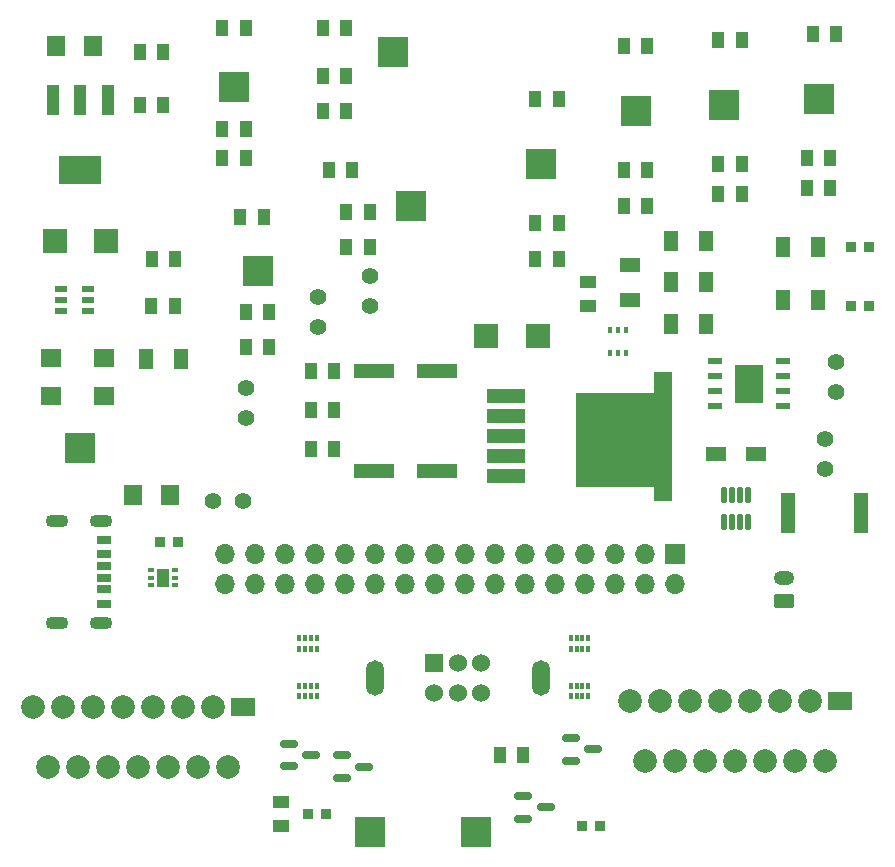
<source format=gbr>
%TF.GenerationSoftware,KiCad,Pcbnew,8.0.9*%
%TF.CreationDate,2025-04-09T23:57:19+02:00*%
%TF.ProjectId,Micro_mouse_final,4d696372-6f5f-46d6-9f75-73655f66696e,rev?*%
%TF.SameCoordinates,Original*%
%TF.FileFunction,Soldermask,Top*%
%TF.FilePolarity,Negative*%
%FSLAX46Y46*%
G04 Gerber Fmt 4.6, Leading zero omitted, Abs format (unit mm)*
G04 Created by KiCad (PCBNEW 8.0.9) date 2025-04-09 23:57:19*
%MOMM*%
%LPD*%
G01*
G04 APERTURE LIST*
G04 Aperture macros list*
%AMRoundRect*
0 Rectangle with rounded corners*
0 $1 Rounding radius*
0 $2 $3 $4 $5 $6 $7 $8 $9 X,Y pos of 4 corners*
0 Add a 4 corners polygon primitive as box body*
4,1,4,$2,$3,$4,$5,$6,$7,$8,$9,$2,$3,0*
0 Add four circle primitives for the rounded corners*
1,1,$1+$1,$2,$3*
1,1,$1+$1,$4,$5*
1,1,$1+$1,$6,$7*
1,1,$1+$1,$8,$9*
0 Add four rect primitives between the rounded corners*
20,1,$1+$1,$2,$3,$4,$5,0*
20,1,$1+$1,$4,$5,$6,$7,0*
20,1,$1+$1,$6,$7,$8,$9,0*
20,1,$1+$1,$8,$9,$2,$3,0*%
%AMFreePoly0*
4,1,9,4.064008,-5.143510,2.540005,-5.143510,2.540005,-4.000000,-4.064008,-4.000000,-4.064008,4.000508,2.540005,4.000508,2.540005,5.778512,4.064008,5.778512,4.064008,-5.143510,4.064008,-5.143510,$1*%
G04 Aperture macros list end*
%ADD10RoundRect,0.150000X-0.587500X-0.150000X0.587500X-0.150000X0.587500X0.150000X-0.587500X0.150000X0*%
%ADD11R,1.132537X1.377013*%
%ADD12R,2.500000X2.500000*%
%ADD13R,0.806477X0.864008*%
%ADD14R,1.377013X1.132537*%
%ADD15C,1.400000*%
%ADD16R,3.200000X1.150013*%
%ADD17FreePoly0,0.000000*%
%ADD18R,3.500000X1.200000*%
%ADD19R,1.200000X0.600000*%
%ADD20R,2.400000X3.300000*%
%ADD21R,1.485014X1.727991*%
%ADD22R,1.207518X1.701016*%
%ADD23R,1.700000X1.700000*%
%ADD24O,1.700000X1.700000*%
%ADD25R,0.300000X0.505004*%
%ADD26O,1.900000X1.100000*%
%ADD27R,1.200000X0.700000*%
%ADD28R,1.200000X0.800000*%
%ADD29R,1.727991X1.485014*%
%ADD30R,0.500000X0.350013*%
%ADD31R,1.000000X1.600000*%
%ADD32R,1.757506X1.296012*%
%ADD33R,0.419990X0.600000*%
%ADD34R,1.100000X2.500000*%
%ADD35R,3.600000X2.340005*%
%ADD36R,1.282525X3.456007*%
%ADD37R,2.000000X1.600000*%
%ADD38C,2.000000*%
%ADD39RoundRect,0.125000X-0.125000X0.537500X-0.125000X-0.537500X0.125000X-0.537500X0.125000X0.537500X0*%
%ADD40R,1.072009X0.532004*%
%ADD41R,1.524003X1.524003*%
%ADD42C,1.524003*%
%ADD43O,1.524003X3.000000*%
%ADD44RoundRect,0.250000X0.625000X-0.350000X0.625000X0.350000X-0.625000X0.350000X-0.625000X-0.350000X0*%
%ADD45O,1.750000X1.200000*%
%ADD46R,1.701016X1.207518*%
%ADD47R,2.000000X2.000000*%
G04 APERTURE END LIST*
D10*
%TO.C,U15*%
X167000000Y-135100000D03*
X167000000Y-137000000D03*
X168875000Y-136050000D03*
%TD*%
D11*
%TO.C,R44*%
X163000000Y-136500000D03*
X161000000Y-136500000D03*
%TD*%
D10*
%TO.C,U16*%
X163000000Y-140000000D03*
X163000000Y-141900000D03*
X164875000Y-140950000D03*
%TD*%
%TO.C,U12*%
X147625000Y-136550000D03*
X147625000Y-138450000D03*
X149500000Y-137500000D03*
%TD*%
%TO.C,U6*%
X143125000Y-135550000D03*
X143125000Y-137450000D03*
X145000000Y-136500000D03*
%TD*%
D12*
%TO.C,TP20*%
X159000000Y-143000000D03*
%TD*%
%TO.C,TP19*%
X150000000Y-143000000D03*
%TD*%
D13*
%TO.C,R45*%
X169500000Y-142500000D03*
X167993268Y-142500000D03*
%TD*%
%TO.C,R19*%
X146253366Y-141500000D03*
X144746634Y-141500000D03*
%TD*%
D14*
%TO.C,R2*%
X142500000Y-142500000D03*
X142500000Y-140500000D03*
%TD*%
D12*
%TO.C,TP18*%
X153500000Y-90000000D03*
%TD*%
%TO.C,TP17*%
X152000000Y-77000000D03*
%TD*%
%TO.C,TP16*%
X140500000Y-95500000D03*
%TD*%
%TO.C,TP15*%
X138500000Y-80000000D03*
%TD*%
%TO.C,TP14*%
X164500000Y-86500000D03*
%TD*%
%TO.C,TP13*%
X172500000Y-82000000D03*
%TD*%
%TO.C,TP12*%
X180000000Y-81500000D03*
%TD*%
%TO.C,TP11*%
X188000000Y-81000000D03*
%TD*%
D15*
%TO.C,TP5*%
X150000000Y-98540000D03*
X150000000Y-96000000D03*
%TD*%
%TO.C,TP4*%
X145650000Y-100250000D03*
X145650000Y-97710000D03*
%TD*%
D11*
%TO.C,R5*%
X131500000Y-98500000D03*
X133500000Y-98500000D03*
%TD*%
D16*
%TO.C,U5*%
X161492253Y-106096393D03*
X161492253Y-107798197D03*
X161492253Y-109500000D03*
X161492253Y-111201803D03*
X161492253Y-112903607D03*
D17*
X171507747Y-109817501D03*
%TD*%
D11*
%TO.C,R38*%
X146000000Y-75000000D03*
X148000000Y-75000000D03*
%TD*%
%TO.C,R21*%
X187500000Y-75500000D03*
X189500000Y-75500000D03*
%TD*%
D18*
%TO.C,C4*%
X150329947Y-112500000D03*
X155670053Y-112500000D03*
%TD*%
D11*
%TO.C,R27*%
X173500000Y-87000000D03*
X171500000Y-87000000D03*
%TD*%
D19*
%TO.C,U9*%
X179183388Y-103189992D03*
X179183388Y-104459995D03*
X179183388Y-105729997D03*
X179183388Y-107000000D03*
X185000000Y-107000000D03*
X185000000Y-105729997D03*
X185000000Y-104459995D03*
X185000000Y-103189992D03*
D20*
X182091694Y-105094996D03*
%TD*%
D11*
%TO.C,R37*%
X139500000Y-101973176D03*
X141500000Y-101973176D03*
%TD*%
%TO.C,R41*%
X146500000Y-87013412D03*
X148500000Y-87013412D03*
%TD*%
D21*
%TO.C,C1*%
X129907417Y-114500000D03*
X133092583Y-114500000D03*
%TD*%
D22*
%TO.C,R11*%
X175500000Y-96500000D03*
X178457582Y-96500000D03*
%TD*%
D12*
%TO.C,TP1*%
X125500000Y-110500000D03*
%TD*%
D23*
%TO.C,J3*%
X175820000Y-119460000D03*
D24*
X175820000Y-122000000D03*
X173280000Y-119460000D03*
X173280000Y-122000000D03*
X170740000Y-119460000D03*
X170740000Y-122000000D03*
X168200000Y-119460000D03*
X168200000Y-122000000D03*
X165660000Y-119460000D03*
X165660000Y-122000000D03*
X163120000Y-119460000D03*
X163120000Y-122000000D03*
X160580000Y-119460000D03*
X160580000Y-122000000D03*
X158040000Y-119460000D03*
X158040000Y-122000000D03*
X155500000Y-119460000D03*
X155500000Y-122000000D03*
X152960000Y-119460000D03*
X152960000Y-122000000D03*
X150420000Y-119460000D03*
X150420000Y-122000000D03*
X147880000Y-119460000D03*
X147880000Y-122000000D03*
X145340000Y-119460000D03*
X145340000Y-122000000D03*
X142800000Y-119460000D03*
X142800000Y-122000000D03*
X140260000Y-119460000D03*
X140260000Y-122000000D03*
X137720000Y-119460000D03*
X137720000Y-122000000D03*
%TD*%
D13*
%TO.C,R3*%
X132246634Y-118500000D03*
X133753366Y-118500000D03*
%TD*%
D11*
%TO.C,R42*%
X148000000Y-90513412D03*
X150000000Y-90513412D03*
%TD*%
D22*
%TO.C,R6*%
X131021209Y-103000000D03*
X133978791Y-103000000D03*
%TD*%
D11*
%TO.C,R39*%
X146000000Y-79000000D03*
X148000000Y-79000000D03*
%TD*%
%TO.C,R31*%
X164000000Y-94486588D03*
X166000000Y-94486588D03*
%TD*%
%TO.C,R18*%
X187000000Y-86000000D03*
X189000000Y-86000000D03*
%TD*%
%TO.C,R23*%
X179500000Y-76000000D03*
X181500000Y-76000000D03*
%TD*%
D25*
%TO.C,R8*%
X144000000Y-126645034D03*
X144500128Y-126645034D03*
X145000000Y-126645034D03*
X145500128Y-126645034D03*
X145500128Y-127500000D03*
X145000000Y-127500000D03*
X144500128Y-127500000D03*
X144000000Y-127500000D03*
%TD*%
D11*
%TO.C,L4*%
X145033782Y-110572008D03*
X146966218Y-110572008D03*
%TD*%
D22*
%TO.C,R13*%
X175478791Y-100000000D03*
X178436373Y-100000000D03*
%TD*%
D26*
%TO.C,J2*%
X127275083Y-116680086D03*
X123474981Y-116680086D03*
X127275083Y-125319914D03*
X123474981Y-125319914D03*
D27*
X127525019Y-120500000D03*
X127525019Y-122500000D03*
D28*
X127525019Y-123699898D03*
D27*
X127525019Y-121500000D03*
X127525019Y-119500000D03*
D28*
X127525019Y-118300102D03*
%TD*%
D29*
%TO.C,C3*%
X123000000Y-102907417D03*
X123000000Y-106092583D03*
%TD*%
D11*
%TO.C,R34*%
X137500000Y-86000000D03*
X139500000Y-86000000D03*
%TD*%
%TO.C,R30*%
X164000000Y-91500000D03*
X166000000Y-91500000D03*
%TD*%
D30*
%TO.C,U3*%
X131500000Y-120850012D03*
X131500000Y-121500000D03*
X131500000Y-122149987D03*
X133500000Y-122149987D03*
X133500000Y-121500000D03*
X133500000Y-120850012D03*
D31*
X132500000Y-121500000D03*
%TD*%
D11*
%TO.C,L2*%
X145033782Y-104000000D03*
X146966218Y-104000000D03*
%TD*%
%TO.C,R36*%
X139500000Y-99000000D03*
X141500000Y-99000000D03*
%TD*%
%TO.C,R40*%
X146000000Y-81986588D03*
X148000000Y-81986588D03*
%TD*%
%TO.C,R26*%
X173500000Y-76500000D03*
X171500000Y-76500000D03*
%TD*%
D32*
%TO.C,C7*%
X182686309Y-111000000D03*
X179313691Y-111000000D03*
%TD*%
D13*
%TO.C,LED2*%
X190746634Y-98500000D03*
X192253366Y-98500000D03*
%TD*%
D15*
%TO.C,TP3*%
X188500000Y-109750000D03*
X188500000Y-112290000D03*
%TD*%
D11*
%TO.C,L3*%
X145033782Y-107286004D03*
X146966218Y-107286004D03*
%TD*%
D15*
%TO.C,TP10*%
X136750000Y-115000000D03*
X139290000Y-115000000D03*
%TD*%
D33*
%TO.C,U10*%
X171649987Y-100550038D03*
X171000000Y-100550038D03*
X170350013Y-100550038D03*
X170350013Y-102449962D03*
X171000000Y-102449962D03*
X171649987Y-102449962D03*
%TD*%
D25*
%TO.C,R7*%
X166999872Y-126645034D03*
X167500000Y-126645034D03*
X167999872Y-126645034D03*
X168500000Y-126645034D03*
X168500000Y-127500000D03*
X167999872Y-127500000D03*
X167500000Y-127500000D03*
X166999872Y-127500000D03*
%TD*%
D11*
%TO.C,R43*%
X148000000Y-93500000D03*
X150000000Y-93500000D03*
%TD*%
%TO.C,R32*%
X137500000Y-75000000D03*
X139500000Y-75000000D03*
%TD*%
D29*
%TO.C,C5*%
X127500000Y-102907417D03*
X127500000Y-106092583D03*
%TD*%
D22*
%TO.C,R16*%
X187957582Y-93500000D03*
X185000000Y-93500000D03*
%TD*%
%TO.C,R9*%
X175500000Y-93000000D03*
X178457582Y-93000000D03*
%TD*%
D14*
%TO.C,R15*%
X168500000Y-98500000D03*
X168500000Y-96500000D03*
%TD*%
D11*
%TO.C,R28*%
X171500000Y-90000000D03*
X173500000Y-90000000D03*
%TD*%
%TO.C,R29*%
X164000000Y-81000000D03*
X166000000Y-81000000D03*
%TD*%
%TO.C,R33*%
X137500000Y-83500000D03*
X139500000Y-83500000D03*
%TD*%
D34*
%TO.C,U2*%
X127799975Y-81030048D03*
X125500000Y-81030048D03*
X123200025Y-81030048D03*
D35*
X125500000Y-86969977D03*
%TD*%
D36*
%TO.C,R1*%
X191566294Y-116000000D03*
X185433706Y-116000000D03*
%TD*%
D11*
%TO.C,R24*%
X179500000Y-86500000D03*
X181500000Y-86500000D03*
%TD*%
D25*
%TO.C,R17*%
X144000000Y-130645034D03*
X144500128Y-130645034D03*
X145000000Y-130645034D03*
X145500128Y-130645034D03*
X145500128Y-131500000D03*
X145000000Y-131500000D03*
X144500128Y-131500000D03*
X144000000Y-131500000D03*
%TD*%
D37*
%TO.C,U8*%
X189810008Y-131919990D03*
D38*
X188540005Y-137000000D03*
X187270003Y-131919990D03*
X186000000Y-137000000D03*
X184729998Y-131919990D03*
X183459995Y-137000000D03*
X182189993Y-131919990D03*
X180919990Y-137000000D03*
X179649987Y-131919990D03*
X178379985Y-137000000D03*
X177109982Y-131919990D03*
X175839980Y-137000000D03*
X174569977Y-131919990D03*
X173299975Y-137000000D03*
X172029972Y-131919990D03*
%TD*%
D11*
%TO.C,R35*%
X139000000Y-91000000D03*
X141000000Y-91000000D03*
%TD*%
D39*
%TO.C,U1*%
X181975000Y-114500000D03*
X181325000Y-114500000D03*
X180675000Y-114500000D03*
X180025000Y-114500000D03*
X180025000Y-116775000D03*
X180675000Y-116775000D03*
X181325000Y-116775000D03*
X181975000Y-116775000D03*
%TD*%
D11*
%TO.C,R4*%
X130500000Y-77000000D03*
X132500000Y-77000000D03*
%TD*%
D37*
%TO.C,U7*%
X139270003Y-132419990D03*
D38*
X138000000Y-137500000D03*
X136729998Y-132419990D03*
X135459995Y-137500000D03*
X134189993Y-132419990D03*
X132919990Y-137500000D03*
X131649988Y-132419990D03*
X130379985Y-137500000D03*
X129109982Y-132419990D03*
X127839980Y-137500000D03*
X126569977Y-132419990D03*
X125299975Y-137500000D03*
X124029972Y-132419990D03*
X122759970Y-137500000D03*
X121489967Y-132419990D03*
%TD*%
D21*
%TO.C,C6*%
X123407417Y-76500000D03*
X126592583Y-76500000D03*
%TD*%
D11*
%TO.C,R25*%
X179500000Y-89000000D03*
X181500000Y-89000000D03*
%TD*%
D40*
%TO.C,U4*%
X126149098Y-97050038D03*
X126149098Y-98000000D03*
X126149098Y-98949962D03*
X123850902Y-98949962D03*
X123850902Y-98000000D03*
X123850902Y-97050038D03*
%TD*%
D41*
%TO.C,U14*%
X155449962Y-128750063D03*
D42*
X157449962Y-128750063D03*
X159449962Y-128750063D03*
X155449962Y-131250191D03*
X157449962Y-131250191D03*
X159449962Y-131250191D03*
D43*
X164500000Y-130000000D03*
X150399924Y-130000000D03*
%TD*%
D25*
%TO.C,R20*%
X166999872Y-130645034D03*
X167500000Y-130645034D03*
X167999872Y-130645034D03*
X168500000Y-130645034D03*
X168500000Y-131500000D03*
X167999872Y-131500000D03*
X167500000Y-131500000D03*
X166999872Y-131500000D03*
%TD*%
D44*
%TO.C,J1*%
X185050000Y-123500000D03*
D45*
X185050000Y-121500000D03*
%TD*%
D11*
%TO.C,R22*%
X187000000Y-88500000D03*
X189000000Y-88500000D03*
%TD*%
D46*
%TO.C,R12*%
X172000000Y-97978791D03*
X172000000Y-95021209D03*
%TD*%
D47*
%TO.C,D6*%
X127699898Y-93000000D03*
X123300102Y-93000000D03*
%TD*%
D11*
%TO.C,L1*%
X131533782Y-94500000D03*
X133466218Y-94500000D03*
%TD*%
D22*
%TO.C,R14*%
X185021209Y-98000000D03*
X187978791Y-98000000D03*
%TD*%
D15*
%TO.C,TP8*%
X139500000Y-105460000D03*
X139500000Y-108000000D03*
%TD*%
D13*
%TO.C,LED1*%
X190746634Y-93500000D03*
X192253366Y-93500000D03*
%TD*%
D11*
%TO.C,R10*%
X130500000Y-81473176D03*
X132500000Y-81473176D03*
%TD*%
D15*
%TO.C,TP6*%
X189500000Y-103250000D03*
X189500000Y-105790000D03*
%TD*%
D47*
%TO.C,D2*%
X159800102Y-101000000D03*
X164199898Y-101000000D03*
%TD*%
D18*
%TO.C,C2*%
X150329947Y-104000000D03*
X155670053Y-104000000D03*
%TD*%
M02*

</source>
